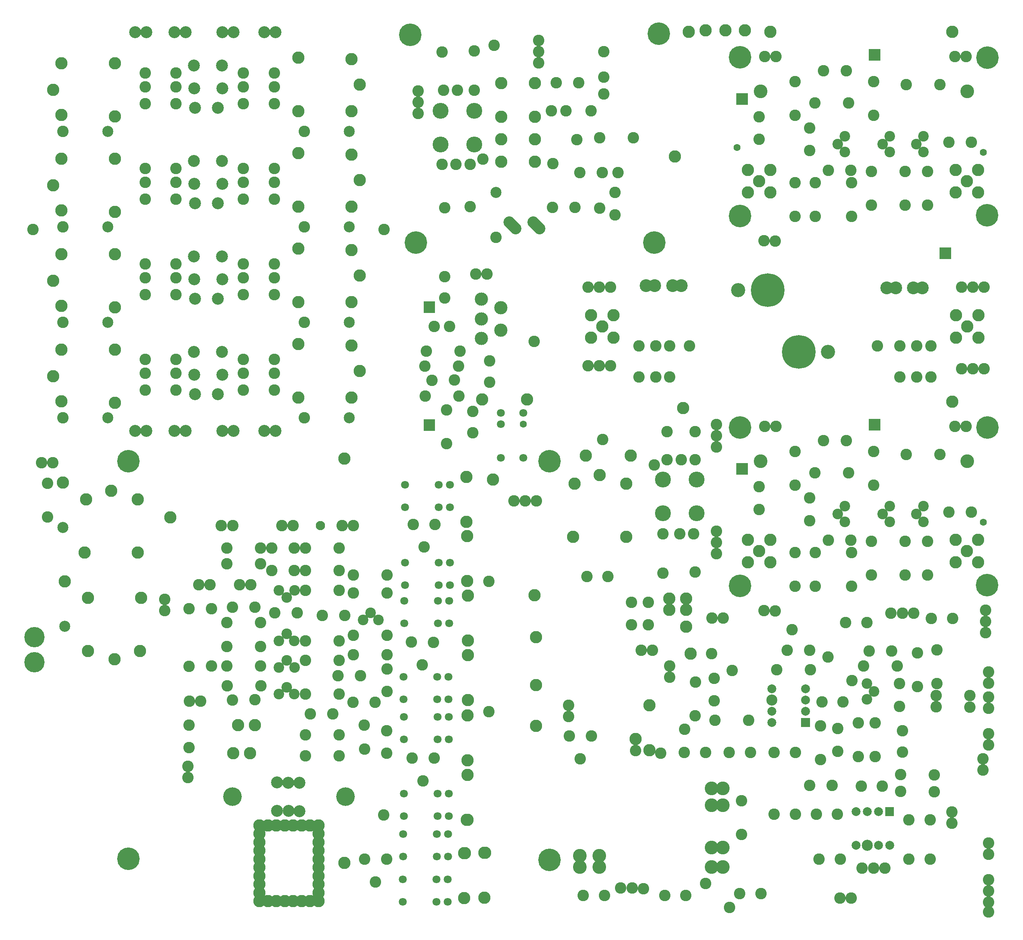
<source format=gbr>
%FSLAX34Y34*%
%MOMM*%
%LNSOLDERMASK_TOP*%
G71*
G01*
%ADD10C,2.600*%
%ADD11C,2.400*%
%ADD12C,2.800*%
%ADD13C,2.600*%
%ADD14C,5.100*%
%ADD15C,1.600*%
%ADD16C,3.100*%
%ADD17C,7.600*%
%ADD18C,3.200*%
%ADD19C,2.900*%
%ADD20C,2.600*%
%ADD21C,2.600*%
%ADD22C,2.400*%
%ADD23C,2.500*%
%ADD24C,2.600*%
%ADD25C,3.600*%
%ADD26C,2.800*%
%ADD27C,3.000*%
%ADD28C,1.800*%
%ADD29C,1.600*%
%ADD30C,2.000*%
%ADD31C,2.500*%
%ADD32C,2.700*%
%ADD33C,2.700*%
%ADD34C,4.600*%
%ADD35C,4.600*%
%ADD36C,4.200*%
%ADD37C,2.700*%
%ADD38C,2.800*%
%ADD39C,2.100*%
%LPD*%
X1733495Y877996D02*
G54D10*
D03*
X1733545Y954246D02*
G54D10*
D03*
X1652501Y874596D02*
G54D10*
D03*
X1652614Y823615D02*
G54D10*
D03*
X1766801Y849196D02*
G54D10*
D03*
X1766913Y798216D02*
G54D10*
D03*
X1733511Y649396D02*
G54D10*
D03*
X1733561Y725646D02*
G54D10*
D03*
X1854232Y906010D02*
G54D10*
D03*
X1777982Y906060D02*
G54D10*
D03*
X1779191Y725646D02*
G54D10*
D03*
X1779141Y649396D02*
G54D10*
D03*
X1911294Y877995D02*
G54D10*
D03*
X1911344Y954245D02*
G54D10*
D03*
X1808626Y753480D02*
G54D10*
D03*
X1906191Y751046D02*
G54D10*
D03*
X1906141Y674796D02*
G54D10*
D03*
X1982391Y751046D02*
G54D10*
D03*
X1982341Y674796D02*
G54D10*
D03*
X2033191Y751046D02*
G54D10*
D03*
X2033141Y674796D02*
G54D10*
D03*
X2132662Y817091D02*
G54D10*
D03*
X2081682Y816978D02*
G54D10*
D03*
X2061208Y947814D02*
G54D10*
D03*
X1984958Y947864D02*
G54D10*
D03*
X2095240Y1010796D02*
G54D10*
D03*
X2120740Y1010796D02*
G54D10*
D03*
X1663441Y594872D02*
G54D10*
D03*
X1845866Y830421D02*
G54D11*
D03*
X1829966Y812846D02*
G54D11*
D03*
X1845900Y795230D02*
G54D11*
D03*
X1947466Y830421D02*
G54D11*
D03*
X1931566Y812846D02*
G54D11*
D03*
X1947500Y795230D02*
G54D11*
D03*
X2023666Y830421D02*
G54D11*
D03*
X2007766Y812846D02*
G54D11*
D03*
X2023700Y795230D02*
G54D11*
D03*
X1626766Y754321D02*
G54D12*
D03*
X1677566Y754321D02*
G54D12*
D03*
X1652166Y728921D02*
G54D12*
D03*
X1677566Y703521D02*
G54D12*
D03*
X1626766Y703521D02*
G54D12*
D03*
X2096666Y754321D02*
G54D12*
D03*
X2147466Y754321D02*
G54D12*
D03*
X2122066Y728921D02*
G54D12*
D03*
X2147466Y703521D02*
G54D12*
D03*
X2096666Y703521D02*
G54D12*
D03*
X1798192Y978630D02*
G54D10*
D03*
X1849172Y978743D02*
G54D10*
D03*
X1733511Y649396D02*
G54D13*
D03*
X1609090Y1009014D02*
G54D14*
D03*
X1859426Y753480D02*
G54D10*
D03*
X1861741Y725646D02*
G54D10*
D03*
X1861691Y649396D02*
G54D10*
D03*
X1665241Y1010796D02*
G54D10*
D03*
X1690741Y1010796D02*
G54D10*
D03*
G36*
X1600639Y927969D02*
X1626639Y927969D01*
X1626639Y901969D01*
X1600639Y901969D01*
X1600639Y927969D01*
G37*
G36*
X1900639Y1027969D02*
X1926639Y1027969D01*
X1926639Y1001969D01*
X1900639Y1001969D01*
X1900639Y1027969D01*
G37*
X1601966Y805021D02*
G54D15*
D03*
X1779141Y649396D02*
G54D13*
D03*
X1861691Y649396D02*
G54D13*
D03*
X1906141Y674796D02*
G54D13*
D03*
X1982341Y674796D02*
G54D13*
D03*
X2168922Y1008221D02*
G54D14*
D03*
X1609090Y650240D02*
G54D14*
D03*
X2168286Y651827D02*
G54D14*
D03*
X1688544Y593681D02*
G54D10*
D03*
X2159566Y794621D02*
G54D15*
D03*
X1659116Y932021D02*
G54D15*
D03*
X1655940Y932022D02*
G54D16*
D03*
X2122665Y932022D02*
G54D16*
D03*
X1741716Y342780D02*
G54D17*
D03*
X1671866Y482480D02*
G54D17*
D03*
X1605191Y482480D02*
G54D18*
D03*
X1808391Y342780D02*
G54D18*
D03*
X1396316Y492580D02*
G54D19*
D03*
X1476316Y492580D02*
G54D20*
D03*
X1941316Y487580D02*
G54D20*
D03*
X2021316Y487580D02*
G54D20*
D03*
X1476316Y492580D02*
G54D19*
D03*
X1941316Y487580D02*
G54D19*
D03*
X2021316Y487580D02*
G54D12*
D03*
X1416316Y492580D02*
G54D19*
D03*
X1456316Y492580D02*
G54D19*
D03*
X1961316Y487580D02*
G54D19*
D03*
X2001316Y487580D02*
G54D19*
D03*
X1271891Y374980D02*
G54D12*
D03*
X1271891Y425780D02*
G54D12*
D03*
X1297291Y400380D02*
G54D12*
D03*
X1322691Y425780D02*
G54D12*
D03*
X1322691Y374980D02*
G54D12*
D03*
X1271891Y374980D02*
G54D21*
D03*
X1322691Y374980D02*
G54D13*
D03*
X2097391Y374980D02*
G54D12*
D03*
X2097391Y425780D02*
G54D12*
D03*
X2122791Y400380D02*
G54D12*
D03*
X2148191Y425780D02*
G54D12*
D03*
X2148191Y374980D02*
G54D12*
D03*
X2097391Y374980D02*
G54D21*
D03*
X2148191Y374980D02*
G54D13*
D03*
G36*
X2060616Y553130D02*
X2060616Y579130D01*
X2086616Y579130D01*
X2086616Y553130D01*
X2060616Y553130D01*
G37*
X1970848Y286343D02*
G54D10*
D03*
X1970848Y356193D02*
G54D10*
D03*
X2040698Y286343D02*
G54D10*
D03*
X2040698Y356193D02*
G54D10*
D03*
X2008948Y356193D02*
G54D10*
D03*
X2008948Y286343D02*
G54D10*
D03*
X2040699Y286343D02*
G54D13*
D03*
X2040699Y356193D02*
G54D13*
D03*
X1380298Y286343D02*
G54D10*
D03*
X1380298Y356193D02*
G54D10*
D03*
X1450148Y286343D02*
G54D10*
D03*
X1450148Y356193D02*
G54D10*
D03*
X1418398Y356193D02*
G54D10*
D03*
X1418398Y286343D02*
G54D10*
D03*
X1450149Y286343D02*
G54D13*
D03*
X1450149Y356193D02*
G54D13*
D03*
X2021316Y487580D02*
G54D19*
D03*
X1494599Y356193D02*
G54D21*
D03*
X1920049Y356193D02*
G54D21*
D03*
X2160991Y305155D02*
G54D21*
D03*
X2135591Y305155D02*
G54D21*
D03*
X2110191Y305155D02*
G54D21*
D03*
X1316441Y489305D02*
G54D21*
D03*
X1291041Y489305D02*
G54D21*
D03*
X1265641Y489305D02*
G54D21*
D03*
X2160991Y489305D02*
G54D21*
D03*
X2135591Y489305D02*
G54D21*
D03*
X2110191Y489305D02*
G54D21*
D03*
X1316441Y311505D02*
G54D21*
D03*
X1291041Y311505D02*
G54D21*
D03*
X1265641Y311505D02*
G54D21*
D03*
X1271891Y425780D02*
G54D13*
D03*
X1322691Y425780D02*
G54D13*
D03*
X2097391Y374980D02*
G54D13*
D03*
X2097391Y425780D02*
G54D13*
D03*
X2148191Y425780D02*
G54D13*
D03*
X2148191Y374980D02*
G54D13*
D03*
X1733495Y41384D02*
G54D10*
D03*
X1733545Y117634D02*
G54D10*
D03*
X1652501Y37983D02*
G54D10*
D03*
X1652614Y-12997D02*
G54D10*
D03*
X1766801Y12584D02*
G54D10*
D03*
X1766913Y-38397D02*
G54D10*
D03*
X1733511Y-187216D02*
G54D10*
D03*
X1733561Y-110966D02*
G54D10*
D03*
X1854232Y69398D02*
G54D10*
D03*
X1777982Y69448D02*
G54D10*
D03*
X1779191Y-110966D02*
G54D10*
D03*
X1779141Y-187216D02*
G54D10*
D03*
X1911294Y41383D02*
G54D10*
D03*
X1911344Y117633D02*
G54D10*
D03*
X1808626Y-83132D02*
G54D10*
D03*
X1906191Y-85566D02*
G54D10*
D03*
X1906141Y-161816D02*
G54D10*
D03*
X1982391Y-85566D02*
G54D10*
D03*
X1982341Y-161816D02*
G54D10*
D03*
X2033191Y-85566D02*
G54D10*
D03*
X2033141Y-161816D02*
G54D10*
D03*
X2132662Y-19522D02*
G54D10*
D03*
X2081682Y-19634D02*
G54D10*
D03*
X2061208Y111202D02*
G54D10*
D03*
X1984958Y111252D02*
G54D10*
D03*
X2095240Y174184D02*
G54D10*
D03*
X2120740Y174184D02*
G54D10*
D03*
X1663441Y-241741D02*
G54D10*
D03*
X1845866Y-6191D02*
G54D11*
D03*
X1829966Y-23766D02*
G54D11*
D03*
X1845900Y-41382D02*
G54D11*
D03*
X1947466Y-6191D02*
G54D11*
D03*
X1931566Y-23766D02*
G54D11*
D03*
X1947500Y-41382D02*
G54D11*
D03*
X2023666Y-6191D02*
G54D11*
D03*
X2007766Y-23766D02*
G54D11*
D03*
X2023700Y-41382D02*
G54D11*
D03*
X1626766Y-82291D02*
G54D12*
D03*
X1677566Y-82291D02*
G54D12*
D03*
X1652166Y-107691D02*
G54D12*
D03*
X1677566Y-133091D02*
G54D12*
D03*
X1626766Y-133091D02*
G54D12*
D03*
X2096666Y-82291D02*
G54D12*
D03*
X2147466Y-82291D02*
G54D12*
D03*
X2122066Y-107691D02*
G54D12*
D03*
X2147466Y-133091D02*
G54D12*
D03*
X2096666Y-133091D02*
G54D12*
D03*
X1798192Y142018D02*
G54D10*
D03*
X1849172Y142130D02*
G54D10*
D03*
X1733511Y-187216D02*
G54D13*
D03*
X1609090Y172402D02*
G54D14*
D03*
X1859426Y-83132D02*
G54D10*
D03*
X1861741Y-110966D02*
G54D10*
D03*
X1861691Y-187216D02*
G54D10*
D03*
X1665241Y174184D02*
G54D10*
D03*
X1690741Y174184D02*
G54D10*
D03*
G36*
X1600639Y91357D02*
X1626639Y91357D01*
X1626639Y65357D01*
X1600639Y65357D01*
X1600639Y91357D01*
G37*
G36*
X1900639Y191357D02*
X1926639Y191357D01*
X1926639Y165357D01*
X1900639Y165357D01*
X1900639Y191357D01*
G37*
X1779141Y-187216D02*
G54D13*
D03*
X1861691Y-187216D02*
G54D13*
D03*
X1906141Y-161816D02*
G54D13*
D03*
X1982341Y-161816D02*
G54D13*
D03*
X2168922Y171609D02*
G54D14*
D03*
X1609090Y-186373D02*
G54D14*
D03*
X2168286Y-184786D02*
G54D14*
D03*
X1688544Y-242932D02*
G54D10*
D03*
X2159566Y-41991D02*
G54D15*
D03*
X1659116Y95409D02*
G54D15*
D03*
X1655940Y95409D02*
G54D16*
D03*
X2122665Y95409D02*
G54D16*
D03*
X932066Y812481D02*
G54D22*
D03*
X1008266Y812481D02*
G54D22*
D03*
X1008266Y888681D02*
G54D22*
D03*
X932066Y888681D02*
G54D22*
D03*
X1008178Y1023704D02*
G54D10*
D03*
X1008178Y934804D02*
G54D10*
D03*
X970078Y934804D02*
G54D10*
D03*
X938328Y934804D02*
G54D10*
D03*
X998534Y671914D02*
G54D10*
D03*
X935035Y767164D02*
G54D10*
D03*
X966784Y767164D02*
G54D10*
D03*
X998534Y767164D02*
G54D10*
D03*
X1027017Y779453D02*
G54D10*
D03*
X935034Y1021164D02*
G54D10*
D03*
X1052628Y1036404D02*
G54D10*
D03*
X1215056Y888714D02*
G54D10*
D03*
X1272206Y888714D02*
G54D10*
D03*
X1300906Y964914D02*
G54D10*
D03*
X1300906Y1022065D02*
G54D10*
D03*
X1239856Y823091D02*
G54D10*
D03*
X1185904Y769210D02*
G54D10*
D03*
X1239856Y823091D02*
G54D13*
D03*
X1367632Y827142D02*
G54D10*
D03*
X1291382Y827192D02*
G54D10*
D03*
X1367632Y827143D02*
G54D13*
D03*
X1246806Y749014D02*
G54D10*
D03*
X1297606Y749014D02*
G54D10*
D03*
X1297606Y749014D02*
G54D10*
D03*
X1326213Y652909D02*
G54D10*
D03*
X1326101Y703889D02*
G54D10*
D03*
X1326213Y652909D02*
G54D10*
D03*
X1300906Y926814D02*
G54D10*
D03*
X1332656Y749014D02*
G54D10*
D03*
X1182036Y888714D02*
G54D10*
D03*
X1192956Y952214D02*
G54D10*
D03*
X1243756Y952214D02*
G54D10*
D03*
X1069260Y950720D02*
G54D12*
D03*
X1145460Y950720D02*
G54D12*
D03*
X1069260Y874520D02*
G54D12*
D03*
X1069260Y823720D02*
G54D12*
D03*
X1069260Y772920D02*
G54D12*
D03*
X1145460Y874520D02*
G54D12*
D03*
X1145460Y823720D02*
G54D12*
D03*
X1145460Y772920D02*
G54D12*
D03*
X1056759Y602357D02*
G54D23*
D03*
X1056759Y703957D02*
G54D23*
D03*
X1056759Y602357D02*
G54D13*
D03*
X1145460Y950720D02*
G54D10*
D03*
X1291711Y667916D02*
G54D10*
D03*
X1235491Y670161D02*
G54D10*
D03*
X1235491Y670161D02*
G54D10*
D03*
X1184691Y670161D02*
G54D10*
D03*
G54D24*
X1154875Y622439D02*
X1140733Y636581D01*
G54D24*
X1100900Y622439D02*
X1086758Y636581D01*
X880666Y932815D02*
G54D21*
D03*
X880666Y907415D02*
G54D21*
D03*
X880666Y882015D02*
G54D21*
D03*
X1153716Y1047115D02*
G54D21*
D03*
X1153716Y1021715D02*
G54D21*
D03*
X1153716Y996315D02*
G54D21*
D03*
X932066Y888681D02*
G54D25*
D03*
X932066Y812481D02*
G54D25*
D03*
X1008266Y812481D02*
G54D25*
D03*
X1008266Y888681D02*
G54D25*
D03*
X1510544Y54279D02*
G54D22*
D03*
X1434344Y54279D02*
G54D22*
D03*
X1434344Y-21921D02*
G54D22*
D03*
X1510544Y-21921D02*
G54D22*
D03*
X1434432Y-156944D02*
G54D10*
D03*
X1434432Y-68044D02*
G54D10*
D03*
X1472532Y-68044D02*
G54D10*
D03*
X1504282Y-68044D02*
G54D10*
D03*
X1507576Y163096D02*
G54D10*
D03*
X1444076Y163096D02*
G54D10*
D03*
X1507575Y99596D02*
G54D10*
D03*
X1475826Y99596D02*
G54D10*
D03*
X1444076Y99596D02*
G54D10*
D03*
X1415593Y87307D02*
G54D10*
D03*
X1507576Y-154404D02*
G54D10*
D03*
X1555594Y-113680D02*
G54D21*
D03*
X1555594Y-88280D02*
G54D21*
D03*
X1555594Y-62880D02*
G54D21*
D03*
X1555594Y127620D02*
G54D21*
D03*
X1555594Y153020D02*
G54D21*
D03*
X1555594Y178420D02*
G54D21*
D03*
X1510544Y-21921D02*
G54D25*
D03*
X1510544Y54279D02*
G54D25*
D03*
X1434344Y54279D02*
G54D25*
D03*
X1434344Y-21921D02*
G54D25*
D03*
X1231336Y-75302D02*
G54D12*
D03*
X1234510Y45348D02*
G54D12*
D03*
X1351986Y-75302D02*
G54D12*
D03*
X1351986Y45348D02*
G54D12*
D03*
X1291661Y64811D02*
G54D12*
D03*
X1234510Y45348D02*
G54D26*
D03*
X1260357Y108930D02*
G54D12*
D03*
X1361957Y108929D02*
G54D12*
D03*
X1449257Y-215210D02*
G54D12*
D03*
X1449257Y-240610D02*
G54D12*
D03*
X1487357Y-240610D02*
G54D12*
D03*
X1487357Y-278710D02*
G54D12*
D03*
X1401852Y-223217D02*
G54D10*
D03*
X1401965Y-274198D02*
G54D10*
D03*
X1401852Y-223218D02*
G54D10*
D03*
X1401964Y-274198D02*
G54D10*
D03*
X1363752Y-223217D02*
G54D10*
D03*
X1363864Y-274198D02*
G54D10*
D03*
X1363752Y-223218D02*
G54D10*
D03*
X1363864Y-274198D02*
G54D10*
D03*
X1487357Y-215210D02*
G54D12*
D03*
X1298324Y144739D02*
G54D10*
D03*
X1260357Y108930D02*
G54D12*
D03*
X1068315Y443228D02*
G54D27*
D03*
X1068315Y392428D02*
G54D27*
D03*
X1023865Y417828D02*
G54D27*
D03*
X1023865Y373378D02*
G54D27*
D03*
X1023865Y462278D02*
G54D27*
D03*
X1036565Y519428D02*
G54D10*
D03*
X1011165Y519428D02*
G54D10*
D03*
X975480Y344803D02*
G54D10*
D03*
X899230Y344853D02*
G54D10*
D03*
X896538Y310543D02*
G54D10*
D03*
X972788Y310493D02*
G54D10*
D03*
X912472Y279067D02*
G54D10*
D03*
X963452Y279179D02*
G54D10*
D03*
X941315Y513166D02*
G54D10*
D03*
X941315Y465366D02*
G54D10*
D03*
X944925Y211541D02*
G54D10*
D03*
X944875Y135291D02*
G54D10*
D03*
X1004815Y160478D02*
G54D10*
D03*
X1004815Y208278D02*
G54D10*
D03*
X917371Y400322D02*
G54D10*
D03*
X952471Y400322D02*
G54D10*
D03*
X1042915Y274778D02*
G54D10*
D03*
X1042915Y322578D02*
G54D10*
D03*
X896593Y242896D02*
G54D10*
D03*
X972843Y242846D02*
G54D10*
D03*
X1143790Y366473D02*
G54D10*
D03*
X896538Y310543D02*
G54D10*
D03*
X896593Y242896D02*
G54D10*
D03*
X1004815Y160478D02*
G54D10*
D03*
X944875Y135291D02*
G54D10*
D03*
G36*
X919265Y457498D02*
X919265Y431498D01*
X893265Y431498D01*
X893265Y457498D01*
X919265Y457498D01*
G37*
G36*
X919265Y190798D02*
X919265Y164798D01*
X893265Y164798D01*
X893265Y190798D01*
X919265Y190798D01*
G37*
X1119115Y205016D02*
G54D28*
D03*
X1119115Y179616D02*
G54D29*
D03*
X1068315Y205016D02*
G54D29*
D03*
X1068315Y179616D02*
G54D28*
D03*
X1119115Y103416D02*
G54D29*
D03*
X1068315Y103416D02*
G54D29*
D03*
X1025897Y235782D02*
G54D12*
D03*
X1127497Y235782D02*
G54D12*
D03*
X1025897Y235782D02*
G54D12*
D03*
X1148711Y5808D02*
G54D21*
D03*
X1123311Y5808D02*
G54D21*
D03*
X1097911Y5808D02*
G54D21*
D03*
X1068315Y205016D02*
G54D28*
D03*
X1119115Y103416D02*
G54D28*
D03*
X1068315Y103416D02*
G54D28*
D03*
G36*
X1747228Y-505322D02*
X1747228Y-485322D01*
X1767228Y-485322D01*
X1767228Y-505322D01*
X1747228Y-505322D01*
G37*
X1757228Y-469922D02*
G54D30*
D03*
X1757228Y-444522D02*
G54D30*
D03*
X1757228Y-419122D02*
G54D30*
D03*
X1681028Y-419122D02*
G54D30*
D03*
X1681028Y-444522D02*
G54D30*
D03*
X1681029Y-469922D02*
G54D30*
D03*
X1681028Y-495322D02*
G54D30*
D03*
X1681028Y-444522D02*
G54D31*
D03*
X2052978Y-459960D02*
G54D10*
D03*
X2052978Y-434461D02*
G54D10*
D03*
X1482989Y-563297D02*
G54D10*
D03*
X1507884Y-479712D02*
G54D10*
D03*
X1507934Y-403462D02*
G54D10*
D03*
X1372692Y-558304D02*
G54D10*
D03*
X1372692Y-532804D02*
G54D10*
D03*
X1914949Y-496020D02*
G54D10*
D03*
X1914898Y-572270D02*
G54D10*
D03*
X1914949Y-496020D02*
G54D10*
D03*
X1976833Y-513954D02*
G54D10*
D03*
X1976833Y-561754D02*
G54D10*
D03*
X1876848Y-496020D02*
G54D10*
D03*
X1876798Y-572270D02*
G54D10*
D03*
X1876849Y-496020D02*
G54D10*
D03*
X1896504Y-442247D02*
G54D11*
D03*
X1912404Y-424672D02*
G54D11*
D03*
X1896469Y-407056D02*
G54D11*
D03*
X1969877Y-407454D02*
G54D10*
D03*
X1969989Y-458434D02*
G54D10*
D03*
X1969877Y-407454D02*
G54D10*
D03*
X1964947Y-367326D02*
G54D10*
D03*
X1888697Y-367276D02*
G54D10*
D03*
X1964947Y-367326D02*
G54D10*
D03*
X1951914Y-333354D02*
G54D10*
D03*
X1900934Y-333466D02*
G54D10*
D03*
X1951914Y-333354D02*
G54D10*
D03*
X1830177Y-509054D02*
G54D10*
D03*
X1830289Y-560034D02*
G54D10*
D03*
X1830177Y-509054D02*
G54D10*
D03*
X1976833Y-513954D02*
G54D10*
D03*
X1964947Y-367326D02*
G54D10*
D03*
X1951914Y-333354D02*
G54D10*
D03*
X2010199Y-337270D02*
G54D10*
D03*
X2010149Y-413520D02*
G54D10*
D03*
X2010199Y-337270D02*
G54D10*
D03*
X2010199Y-337270D02*
G54D10*
D03*
X1830177Y-509053D02*
G54D10*
D03*
X1794139Y-448997D02*
G54D10*
D03*
X1841939Y-448997D02*
G54D10*
D03*
X1808383Y-346598D02*
G54D10*
D03*
X1862265Y-400550D02*
G54D10*
D03*
X1808384Y-346598D02*
G54D10*
D03*
X1808384Y-346598D02*
G54D10*
D03*
X1768322Y-375497D02*
G54D10*
D03*
X1692072Y-375447D02*
G54D10*
D03*
X1715825Y-331571D02*
G54D10*
D03*
X1766806Y-331459D02*
G54D10*
D03*
X1715826Y-331572D02*
G54D10*
D03*
X1768322Y-375497D02*
G54D10*
D03*
X1766806Y-331459D02*
G54D10*
D03*
X1584589Y-563297D02*
G54D10*
D03*
X1632389Y-563297D02*
G54D10*
D03*
X1482989Y-563297D02*
G54D10*
D03*
X1530789Y-563297D02*
G54D10*
D03*
X1686189Y-563296D02*
G54D10*
D03*
X1733989Y-563297D02*
G54D10*
D03*
X1686189Y-563296D02*
G54D10*
D03*
X1791124Y-502370D02*
G54D10*
D03*
X1791074Y-578620D02*
G54D10*
D03*
X1791124Y-502370D02*
G54D10*
D03*
X1628622Y-489797D02*
G54D10*
D03*
X1552372Y-489747D02*
G54D10*
D03*
X1628622Y-489797D02*
G54D10*
D03*
X1551043Y-445923D02*
G54D10*
D03*
X1550931Y-394943D02*
G54D10*
D03*
X1551043Y-445922D02*
G54D10*
D03*
X1550931Y-394942D02*
G54D10*
D03*
X1591304Y-377047D02*
G54D10*
D03*
X1497288Y-339629D02*
G54D10*
D03*
X1545088Y-339629D02*
G54D10*
D03*
X1507884Y-479712D02*
G54D10*
D03*
X1483766Y-510510D02*
G54D10*
D03*
X1429814Y-564391D02*
G54D10*
D03*
X1483766Y-510510D02*
G54D10*
D03*
X2054590Y-331016D02*
G54D10*
D03*
X1497288Y-339629D02*
G54D12*
D03*
X1404414Y-456442D02*
G54D12*
D03*
X1404413Y-558041D02*
G54D12*
D03*
X1404414Y-456442D02*
G54D12*
D03*
X1372692Y-532804D02*
G54D12*
D03*
X2054590Y-331016D02*
G54D10*
D03*
X2054540Y-407266D02*
G54D10*
D03*
X2054591Y-331016D02*
G54D10*
D03*
X2054590Y-331016D02*
G54D10*
D03*
X2010199Y-337270D02*
G54D10*
D03*
X1951914Y-333354D02*
G54D10*
D03*
X1964947Y-367326D02*
G54D10*
D03*
X1808383Y-346598D02*
G54D10*
D03*
X1768322Y-375497D02*
G54D10*
D03*
X1766806Y-331459D02*
G54D10*
D03*
X1976833Y-513954D02*
G54D10*
D03*
X1591304Y-377047D02*
G54D10*
D03*
X1686189Y-563296D02*
G54D10*
D03*
X1482989Y-563297D02*
G54D10*
D03*
X1483766Y-510510D02*
G54D10*
D03*
X1507884Y-479712D02*
G54D10*
D03*
X1404414Y-456442D02*
G54D10*
D03*
X2129228Y-460011D02*
G54D10*
D03*
X2052978Y-459960D02*
G54D10*
D03*
X2129228Y-434511D02*
G54D10*
D03*
X2052978Y-434461D02*
G54D10*
D03*
X333324Y256329D02*
G54D10*
D03*
X263474Y256329D02*
G54D10*
D03*
X333324Y326179D02*
G54D10*
D03*
X263474Y326179D02*
G54D10*
D03*
X263474Y294429D02*
G54D10*
D03*
X333324Y294429D02*
G54D10*
D03*
X376732Y247558D02*
G54D32*
D03*
X427714Y247670D02*
G54D32*
D03*
X555574Y256329D02*
G54D10*
D03*
X485724Y256329D02*
G54D10*
D03*
X555574Y326179D02*
G54D10*
D03*
X485724Y326179D02*
G54D10*
D03*
X485724Y294429D02*
G54D10*
D03*
X555574Y294429D02*
G54D10*
D03*
X437797Y291656D02*
G54D10*
D03*
X437684Y342636D02*
G54D10*
D03*
X374297Y291656D02*
G54D10*
D03*
X374184Y342636D02*
G54D10*
D03*
X555574Y326179D02*
G54D13*
D03*
X485724Y326179D02*
G54D13*
D03*
X437684Y342637D02*
G54D33*
D03*
X374184Y342637D02*
G54D13*
D03*
X333324Y326179D02*
G54D13*
D03*
X263474Y326179D02*
G54D13*
D03*
X374297Y291656D02*
G54D32*
D03*
X374184Y342636D02*
G54D32*
D03*
X437684Y342636D02*
G54D32*
D03*
X437797Y291656D02*
G54D32*
D03*
X609787Y360621D02*
G54D12*
D03*
X730437Y357447D02*
G54D12*
D03*
X609787Y239971D02*
G54D12*
D03*
X730437Y239971D02*
G54D12*
D03*
X749250Y300296D02*
G54D12*
D03*
X623294Y193691D02*
G54D23*
D03*
X724894Y193692D02*
G54D23*
D03*
X730437Y357447D02*
G54D12*
D03*
X194792Y227883D02*
G54D12*
D03*
X74142Y231057D02*
G54D12*
D03*
X194792Y348533D02*
G54D12*
D03*
X74142Y348533D02*
G54D12*
D03*
X55330Y288208D02*
G54D12*
D03*
X74143Y231056D02*
G54D12*
D03*
X74142Y348533D02*
G54D12*
D03*
X77194Y193692D02*
G54D23*
D03*
X178794Y193692D02*
G54D23*
D03*
X623294Y193691D02*
G54D10*
D03*
X77194Y193692D02*
G54D10*
D03*
X333324Y472229D02*
G54D10*
D03*
X263474Y472229D02*
G54D10*
D03*
X333324Y542079D02*
G54D10*
D03*
X263474Y542079D02*
G54D10*
D03*
X263474Y510329D02*
G54D10*
D03*
X333324Y510329D02*
G54D10*
D03*
X376732Y463458D02*
G54D32*
D03*
X427714Y463570D02*
G54D32*
D03*
X555574Y472229D02*
G54D10*
D03*
X485724Y472229D02*
G54D10*
D03*
X555574Y542079D02*
G54D10*
D03*
X485724Y542079D02*
G54D10*
D03*
X485724Y510329D02*
G54D10*
D03*
X555574Y510329D02*
G54D10*
D03*
X437797Y507556D02*
G54D10*
D03*
X437684Y558536D02*
G54D10*
D03*
X374297Y507556D02*
G54D10*
D03*
X374184Y558536D02*
G54D10*
D03*
X555574Y542079D02*
G54D13*
D03*
X485724Y542079D02*
G54D13*
D03*
X437684Y558537D02*
G54D33*
D03*
X374184Y558537D02*
G54D13*
D03*
X333324Y542079D02*
G54D13*
D03*
X263474Y542079D02*
G54D13*
D03*
X374297Y507556D02*
G54D32*
D03*
X374184Y558536D02*
G54D32*
D03*
X437684Y558536D02*
G54D32*
D03*
X437797Y507556D02*
G54D32*
D03*
X609787Y576521D02*
G54D12*
D03*
X730437Y573347D02*
G54D12*
D03*
X609787Y455871D02*
G54D12*
D03*
X730437Y455871D02*
G54D12*
D03*
X749250Y516196D02*
G54D12*
D03*
X623294Y409592D02*
G54D23*
D03*
X724894Y409592D02*
G54D23*
D03*
X730437Y573347D02*
G54D12*
D03*
X194792Y443782D02*
G54D12*
D03*
X74142Y446956D02*
G54D12*
D03*
X194792Y564432D02*
G54D12*
D03*
X74142Y564432D02*
G54D12*
D03*
X55330Y504108D02*
G54D12*
D03*
X74143Y446956D02*
G54D12*
D03*
X74142Y564432D02*
G54D12*
D03*
X77194Y409592D02*
G54D23*
D03*
X178794Y409592D02*
G54D23*
D03*
X623294Y409592D02*
G54D10*
D03*
X77194Y409592D02*
G54D10*
D03*
X333324Y688129D02*
G54D10*
D03*
X263474Y688129D02*
G54D10*
D03*
X333324Y757979D02*
G54D10*
D03*
X263474Y757979D02*
G54D10*
D03*
X263474Y726229D02*
G54D10*
D03*
X333324Y726229D02*
G54D10*
D03*
X376732Y679358D02*
G54D32*
D03*
X427714Y679470D02*
G54D32*
D03*
X555574Y688129D02*
G54D10*
D03*
X485724Y688129D02*
G54D10*
D03*
X555574Y757979D02*
G54D10*
D03*
X485724Y757979D02*
G54D10*
D03*
X485724Y726229D02*
G54D10*
D03*
X555574Y726229D02*
G54D10*
D03*
X437797Y723456D02*
G54D10*
D03*
X437684Y774436D02*
G54D10*
D03*
X374297Y723456D02*
G54D10*
D03*
X374184Y774436D02*
G54D10*
D03*
X555574Y757979D02*
G54D13*
D03*
X485724Y757979D02*
G54D13*
D03*
X437684Y774437D02*
G54D33*
D03*
X374184Y774437D02*
G54D13*
D03*
X333324Y757979D02*
G54D13*
D03*
X263474Y757979D02*
G54D13*
D03*
X374297Y723456D02*
G54D32*
D03*
X374184Y774436D02*
G54D32*
D03*
X437684Y774436D02*
G54D32*
D03*
X437797Y723456D02*
G54D32*
D03*
X609787Y792421D02*
G54D12*
D03*
X730437Y789247D02*
G54D12*
D03*
X609787Y671771D02*
G54D12*
D03*
X730437Y671771D02*
G54D12*
D03*
X749250Y732096D02*
G54D12*
D03*
X623294Y625491D02*
G54D23*
D03*
X724894Y625492D02*
G54D23*
D03*
X730437Y789247D02*
G54D12*
D03*
X194792Y659682D02*
G54D12*
D03*
X74143Y662857D02*
G54D12*
D03*
X194792Y780333D02*
G54D12*
D03*
X74142Y780332D02*
G54D12*
D03*
X55330Y720008D02*
G54D12*
D03*
X74143Y662856D02*
G54D12*
D03*
X74142Y780332D02*
G54D12*
D03*
X77194Y625491D02*
G54D23*
D03*
X178794Y625492D02*
G54D23*
D03*
X623294Y625491D02*
G54D10*
D03*
X77194Y625491D02*
G54D10*
D03*
X333324Y904029D02*
G54D10*
D03*
X263474Y904029D02*
G54D10*
D03*
X333324Y973879D02*
G54D10*
D03*
X263474Y973879D02*
G54D10*
D03*
X263474Y942129D02*
G54D10*
D03*
X333324Y942129D02*
G54D10*
D03*
X376732Y895258D02*
G54D32*
D03*
X427713Y895370D02*
G54D32*
D03*
X555574Y904029D02*
G54D10*
D03*
X485724Y904029D02*
G54D10*
D03*
X555574Y973879D02*
G54D10*
D03*
X485724Y973879D02*
G54D10*
D03*
X485724Y942129D02*
G54D10*
D03*
X555574Y942129D02*
G54D10*
D03*
X437797Y939356D02*
G54D10*
D03*
X437684Y990336D02*
G54D10*
D03*
X374297Y939356D02*
G54D10*
D03*
X374184Y990336D02*
G54D10*
D03*
X555574Y973879D02*
G54D13*
D03*
X485724Y973879D02*
G54D13*
D03*
X437684Y990337D02*
G54D33*
D03*
X374184Y990337D02*
G54D13*
D03*
X333324Y973879D02*
G54D13*
D03*
X263474Y973879D02*
G54D13*
D03*
X374297Y939356D02*
G54D32*
D03*
X374184Y990336D02*
G54D32*
D03*
X437684Y990336D02*
G54D32*
D03*
X437797Y939356D02*
G54D32*
D03*
X609787Y1008321D02*
G54D12*
D03*
X730437Y1005147D02*
G54D12*
D03*
X609787Y887671D02*
G54D12*
D03*
X730437Y887671D02*
G54D12*
D03*
X749250Y947996D02*
G54D12*
D03*
X623294Y841391D02*
G54D23*
D03*
X724894Y841392D02*
G54D23*
D03*
X730437Y1005147D02*
G54D12*
D03*
X194792Y875583D02*
G54D12*
D03*
X74142Y878756D02*
G54D12*
D03*
X194792Y996233D02*
G54D12*
D03*
X74142Y996233D02*
G54D12*
D03*
X55330Y935908D02*
G54D12*
D03*
X74143Y878756D02*
G54D12*
D03*
X74142Y996233D02*
G54D12*
D03*
X77194Y841391D02*
G54D23*
D03*
X178794Y841392D02*
G54D23*
D03*
X623294Y841391D02*
G54D10*
D03*
X77194Y841391D02*
G54D10*
D03*
X558448Y164656D02*
G54D32*
D03*
X558448Y164656D02*
G54D32*
D03*
X533047Y164656D02*
G54D32*
D03*
X463198Y164656D02*
G54D32*
D03*
X463198Y164656D02*
G54D32*
D03*
X437797Y164656D02*
G54D32*
D03*
X355248Y164656D02*
G54D32*
D03*
X355248Y164656D02*
G54D32*
D03*
X329847Y164656D02*
G54D32*
D03*
X266348Y164656D02*
G54D32*
D03*
X266348Y164656D02*
G54D32*
D03*
X240947Y164656D02*
G54D32*
D03*
X558448Y1066356D02*
G54D32*
D03*
X558448Y1066356D02*
G54D32*
D03*
X533047Y1066356D02*
G54D32*
D03*
X463198Y1066356D02*
G54D32*
D03*
X463198Y1066356D02*
G54D32*
D03*
X437797Y1066356D02*
G54D32*
D03*
X355248Y1066356D02*
G54D32*
D03*
X355248Y1066356D02*
G54D32*
D03*
X329847Y1066356D02*
G54D32*
D03*
X266348Y1066356D02*
G54D32*
D03*
X266348Y1066356D02*
G54D32*
D03*
X240947Y1066356D02*
G54D32*
D03*
X9712Y619826D02*
G54D21*
D03*
X803462Y619826D02*
G54D21*
D03*
X1415414Y589914D02*
G54D14*
D03*
X1424940Y1062990D02*
G54D14*
D03*
X1424940Y1062990D02*
G54D14*
D03*
X875664Y589914D02*
G54D14*
D03*
X862964Y1059814D02*
G54D14*
D03*
X254611Y-212860D02*
G54D12*
D03*
X251437Y-333510D02*
G54D12*
D03*
X133961Y-212860D02*
G54D12*
D03*
X133962Y-333510D02*
G54D12*
D03*
X194286Y-352322D02*
G54D12*
D03*
X13312Y-358910D02*
G54D34*
D03*
X126412Y-110991D02*
G54D12*
D03*
X129586Y9659D02*
G54D12*
D03*
X247061Y-110991D02*
G54D12*
D03*
X247061Y9659D02*
G54D12*
D03*
X186737Y28946D02*
G54D12*
D03*
X81332Y-175567D02*
G54D23*
D03*
X81332Y-277167D02*
G54D23*
D03*
X81332Y-175567D02*
G54D10*
D03*
X81332Y-175567D02*
G54D12*
D03*
X77534Y47628D02*
G54D23*
D03*
X77534Y-53972D02*
G54D23*
D03*
X77534Y47628D02*
G54D10*
D03*
X77534Y47628D02*
G54D12*
D03*
X251437Y-333510D02*
G54D12*
D03*
X247061Y9659D02*
G54D12*
D03*
X13312Y-301760D02*
G54D35*
D03*
X1480768Y216430D02*
G54D12*
D03*
X129586Y9659D02*
G54D12*
D03*
X247061Y9659D02*
G54D12*
D03*
X225822Y95409D02*
G54D14*
D03*
X1178322Y95409D02*
G54D14*
D03*
X225822Y-803116D02*
G54D14*
D03*
X1178322Y-806291D02*
G54D14*
D03*
X308022Y-241892D02*
G54D10*
D03*
X308022Y-216417D02*
G54D10*
D03*
X1262377Y-164910D02*
G54D10*
D03*
X1310177Y-164911D02*
G54D10*
D03*
X1262377Y-164910D02*
G54D10*
D03*
X2158274Y-577351D02*
G54D21*
D03*
X2170974Y-380501D02*
G54D21*
D03*
X2170974Y-405901D02*
G54D21*
D03*
X2170974Y-767851D02*
G54D21*
D03*
X2170974Y-793251D02*
G54D21*
D03*
X2170974Y-520201D02*
G54D21*
D03*
X2170974Y-545601D02*
G54D21*
D03*
X13312Y-301760D02*
G54D10*
D03*
X1144355Y-207092D02*
G54D12*
D03*
X1147530Y-302342D02*
G54D12*
D03*
X1147530Y-410292D02*
G54D12*
D03*
X1147530Y-502367D02*
G54D12*
D03*
X716960Y-662830D02*
G54D36*
D03*
X461261Y-662930D02*
G54D36*
D03*
X561986Y-631005D02*
G54D37*
D03*
X587360Y-631130D02*
G54D37*
D03*
X612804Y-631105D02*
G54D37*
D03*
X810066Y-564746D02*
G54D10*
D03*
X809891Y-513754D02*
G54D10*
D03*
X512136Y-500880D02*
G54D38*
D03*
X462736Y-564980D02*
G54D38*
D03*
X500735Y-564980D02*
G54D38*
D03*
X474035Y-500880D02*
G54D38*
D03*
X362861Y-551730D02*
G54D10*
D03*
X362736Y-500814D02*
G54D10*
D03*
X626386Y-523155D02*
G54D10*
D03*
X702636Y-523205D02*
G54D10*
D03*
X360286Y-619855D02*
G54D10*
D03*
X360286Y-594355D02*
G54D10*
D03*
X626386Y-570780D02*
G54D10*
D03*
X702635Y-570830D02*
G54D10*
D03*
X600986Y-151680D02*
G54D10*
D03*
X550069Y-151805D02*
G54D10*
D03*
X566060Y-196130D02*
G54D11*
D03*
X583636Y-212030D02*
G54D11*
D03*
X601252Y-196095D02*
G54D11*
D03*
X572411Y-50080D02*
G54D10*
D03*
X597836Y-50030D02*
G54D10*
D03*
X626386Y-196130D02*
G54D10*
D03*
X702561Y-196130D02*
G54D10*
D03*
X448586Y-135805D02*
G54D10*
D03*
X524836Y-135855D02*
G54D10*
D03*
X607336Y-246930D02*
G54D10*
D03*
X556419Y-247055D02*
G54D10*
D03*
X600986Y-310430D02*
G54D11*
D03*
X583386Y-294530D02*
G54D11*
D03*
X565794Y-310464D02*
G54D11*
D03*
X601360Y-370830D02*
G54D11*
D03*
X583386Y-354855D02*
G54D11*
D03*
X565794Y-370790D02*
G54D11*
D03*
X626386Y-310430D02*
G54D10*
D03*
X702561Y-310430D02*
G54D10*
D03*
X600985Y-431130D02*
G54D11*
D03*
X583386Y-415180D02*
G54D11*
D03*
X565794Y-431115D02*
G54D11*
D03*
X448585Y-367580D02*
G54D10*
D03*
X524836Y-367630D02*
G54D10*
D03*
X448794Y-411759D02*
G54D10*
D03*
X525044Y-411809D02*
G54D10*
D03*
X626386Y-431080D02*
G54D10*
D03*
X702660Y-431130D02*
G54D10*
D03*
X687706Y-475870D02*
G54D10*
D03*
X636790Y-475995D02*
G54D10*
D03*
X626386Y-354880D02*
G54D10*
D03*
X702636Y-354930D02*
G54D10*
D03*
X783661Y-449730D02*
G54D21*
D03*
X758677Y-500662D02*
G54D21*
D03*
X733778Y-449616D02*
G54D21*
D03*
X791486Y-262805D02*
G54D11*
D03*
X773685Y-247005D02*
G54D11*
D03*
X756295Y-262840D02*
G54D11*
D03*
X435885Y-50080D02*
G54D10*
D03*
X461460Y-50130D02*
G54D10*
D03*
X734336Y-161205D02*
G54D10*
D03*
X810586Y-161255D02*
G54D10*
D03*
X734336Y-202480D02*
G54D10*
D03*
X810586Y-202530D02*
G54D10*
D03*
X715286Y-253280D02*
G54D10*
D03*
X664369Y-253405D02*
G54D10*
D03*
X734336Y-297730D02*
G54D10*
D03*
X810586Y-297780D02*
G54D10*
D03*
X810486Y-424755D02*
G54D10*
D03*
X810373Y-373774D02*
G54D10*
D03*
X810535Y-342180D02*
G54D10*
D03*
X734260Y-342130D02*
G54D10*
D03*
X385136Y-183405D02*
G54D10*
D03*
X409998Y-183718D02*
G54D10*
D03*
X413660Y-367580D02*
G54D10*
D03*
X362686Y-367730D02*
G54D10*
D03*
X448585Y-323130D02*
G54D10*
D03*
X524836Y-323180D02*
G54D10*
D03*
X512086Y-443780D02*
G54D10*
D03*
X461110Y-443930D02*
G54D10*
D03*
X388686Y-446930D02*
G54D10*
D03*
X363386Y-446630D02*
G54D10*
D03*
X413660Y-237405D02*
G54D10*
D03*
X362686Y-237505D02*
G54D10*
D03*
X734336Y-50080D02*
G54D10*
D03*
X708860Y-50080D02*
G54D10*
D03*
X448585Y-269155D02*
G54D10*
D03*
X524836Y-269205D02*
G54D10*
D03*
X512060Y-234205D02*
G54D10*
D03*
X461160Y-234405D02*
G54D10*
D03*
X477160Y-183430D02*
G54D10*
D03*
X502060Y-183730D02*
G54D10*
D03*
X626385Y-151680D02*
G54D10*
D03*
X702560Y-151680D02*
G54D10*
D03*
X626386Y-100880D02*
G54D10*
D03*
X702560Y-100830D02*
G54D10*
D03*
X448560Y-100830D02*
G54D10*
D03*
X524761Y-100830D02*
G54D10*
D03*
X600986Y-100880D02*
G54D10*
D03*
X550069Y-101005D02*
G54D10*
D03*
X659610Y-50080D02*
G54D39*
D03*
X699686Y-389494D02*
G54D10*
D03*
X750666Y-389382D02*
G54D10*
D03*
X759785Y-554955D02*
G54D10*
D03*
X612860Y-695430D02*
G54D37*
D03*
X587560Y-695230D02*
G54D37*
D03*
X562073Y-695298D02*
G54D37*
D03*
X950110Y-706741D02*
G54D29*
D03*
X924710Y-706741D02*
G54D29*
D03*
X950110Y-655941D02*
G54D29*
D03*
X924710Y-655941D02*
G54D29*
D03*
X848510Y-706741D02*
G54D28*
D03*
X848510Y-655941D02*
G54D29*
D03*
X992719Y-715624D02*
G54D12*
D03*
X992719Y-614024D02*
G54D12*
D03*
X990735Y-715624D02*
G54D12*
D03*
X950110Y-533306D02*
G54D29*
D03*
X924710Y-533306D02*
G54D29*
D03*
X950110Y-482506D02*
G54D29*
D03*
X924710Y-482506D02*
G54D29*
D03*
X848510Y-533306D02*
G54D29*
D03*
X848510Y-482506D02*
G54D29*
D03*
X917010Y-575936D02*
G54D21*
D03*
X892027Y-626868D02*
G54D21*
D03*
X867128Y-575822D02*
G54D21*
D03*
X952492Y-184056D02*
G54D29*
D03*
X927092Y-184056D02*
G54D29*
D03*
X952492Y-133256D02*
G54D29*
D03*
X927092Y-133256D02*
G54D29*
D03*
X850892Y-184056D02*
G54D29*
D03*
X850892Y-133256D02*
G54D29*
D03*
X952492Y-8638D02*
G54D29*
D03*
X927092Y-8638D02*
G54D29*
D03*
X952492Y42162D02*
G54D29*
D03*
X927092Y42162D02*
G54D29*
D03*
X850892Y-8638D02*
G54D29*
D03*
X850892Y42162D02*
G54D29*
D03*
X919392Y-47299D02*
G54D21*
D03*
X894408Y-98231D02*
G54D21*
D03*
X869509Y-47184D02*
G54D21*
D03*
X915423Y-313602D02*
G54D21*
D03*
X890439Y-364534D02*
G54D21*
D03*
X865540Y-313488D02*
G54D21*
D03*
X950904Y-270575D02*
G54D29*
D03*
X925504Y-270575D02*
G54D29*
D03*
X950904Y-219775D02*
G54D29*
D03*
X925504Y-219775D02*
G54D29*
D03*
X849304Y-270575D02*
G54D29*
D03*
X849304Y-219775D02*
G54D29*
D03*
X949317Y-442819D02*
G54D29*
D03*
X923917Y-442819D02*
G54D29*
D03*
X949317Y-392019D02*
G54D29*
D03*
X923917Y-392019D02*
G54D29*
D03*
X847717Y-442819D02*
G54D29*
D03*
X847717Y-392019D02*
G54D29*
D03*
X992719Y-580290D02*
G54D12*
D03*
X992719Y-478690D02*
G54D12*
D03*
X992719Y-580290D02*
G54D12*
D03*
X993116Y-444162D02*
G54D12*
D03*
X993116Y-342562D02*
G54D12*
D03*
X993116Y-444162D02*
G54D12*
D03*
X993116Y-309621D02*
G54D12*
D03*
X993116Y-208022D02*
G54D12*
D03*
X993116Y-309622D02*
G54D12*
D03*
X991925Y-175080D02*
G54D12*
D03*
X991926Y-73481D02*
G54D12*
D03*
X991926Y-175081D02*
G54D12*
D03*
X990338Y-41730D02*
G54D12*
D03*
X990338Y59869D02*
G54D12*
D03*
X990338Y-41731D02*
G54D12*
D03*
X1040611Y-470768D02*
G54D21*
D03*
X1040611Y-176286D02*
G54D21*
D03*
X803280Y-704130D02*
G54D21*
D03*
X848510Y-655941D02*
G54D28*
D03*
X924710Y-706741D02*
G54D28*
D03*
X950110Y-706741D02*
G54D28*
D03*
X924710Y-655941D02*
G54D28*
D03*
X950110Y-655941D02*
G54D28*
D03*
X848510Y-533306D02*
G54D28*
D03*
X848510Y-482506D02*
G54D28*
D03*
X924710Y-533306D02*
G54D28*
D03*
X950110Y-533306D02*
G54D28*
D03*
X950110Y-482506D02*
G54D28*
D03*
X924710Y-482506D02*
G54D28*
D03*
X923917Y-442819D02*
G54D28*
D03*
X949317Y-442819D02*
G54D28*
D03*
X949317Y-392019D02*
G54D28*
D03*
X923917Y-392019D02*
G54D28*
D03*
X847717Y-442819D02*
G54D28*
D03*
X847717Y-392019D02*
G54D28*
D03*
X849304Y-270575D02*
G54D28*
D03*
X925504Y-270575D02*
G54D28*
D03*
X849304Y-219775D02*
G54D28*
D03*
X925504Y-219775D02*
G54D28*
D03*
X950904Y-219775D02*
G54D28*
D03*
X950904Y-270575D02*
G54D28*
D03*
X850892Y-184056D02*
G54D28*
D03*
X850892Y-133256D02*
G54D28*
D03*
X927092Y-184056D02*
G54D28*
D03*
X952492Y-184056D02*
G54D28*
D03*
X952492Y-133256D02*
G54D28*
D03*
X927092Y-133256D02*
G54D28*
D03*
X850892Y-8638D02*
G54D28*
D03*
X850892Y42162D02*
G54D28*
D03*
X927092Y-8638D02*
G54D28*
D03*
X952492Y-8638D02*
G54D28*
D03*
X952492Y42162D02*
G54D28*
D03*
X927092Y42162D02*
G54D28*
D03*
X915423Y-313602D02*
G54D21*
D03*
X919392Y-47299D02*
G54D21*
D03*
X948126Y-900414D02*
G54D29*
D03*
X922726Y-900414D02*
G54D29*
D03*
X948126Y-849614D02*
G54D29*
D03*
X922726Y-849614D02*
G54D29*
D03*
X846526Y-900414D02*
G54D28*
D03*
X846526Y-849614D02*
G54D29*
D03*
X846526Y-849614D02*
G54D28*
D03*
X922726Y-900414D02*
G54D28*
D03*
X948126Y-900414D02*
G54D28*
D03*
X922726Y-849614D02*
G54D28*
D03*
X948126Y-849614D02*
G54D28*
D03*
X809457Y-804536D02*
G54D21*
D03*
X784474Y-855468D02*
G54D21*
D03*
X759575Y-804422D02*
G54D21*
D03*
X984874Y-790924D02*
G54D12*
D03*
X984874Y-892524D02*
G54D12*
D03*
X986858Y-790924D02*
G54D12*
D03*
X1030912Y-789734D02*
G54D12*
D03*
X1030912Y-891334D02*
G54D12*
D03*
X1032896Y-789734D02*
G54D12*
D03*
X948920Y-798020D02*
G54D29*
D03*
X923520Y-798020D02*
G54D29*
D03*
X948919Y-747220D02*
G54D29*
D03*
X923520Y-747220D02*
G54D29*
D03*
X847320Y-798020D02*
G54D28*
D03*
X847319Y-747220D02*
G54D29*
D03*
X847319Y-747220D02*
G54D28*
D03*
X923520Y-798020D02*
G54D28*
D03*
X948920Y-798020D02*
G54D28*
D03*
X923520Y-747220D02*
G54D28*
D03*
X948919Y-747220D02*
G54D28*
D03*
X714420Y101902D02*
G54D12*
D03*
X714420Y-812498D02*
G54D12*
D03*
X522055Y-861142D02*
G54D12*
D03*
X522055Y-842092D02*
G54D12*
D03*
X522055Y-823042D02*
G54D12*
D03*
X522055Y-803992D02*
G54D12*
D03*
X522055Y-784942D02*
G54D12*
D03*
X522055Y-765892D02*
G54D12*
D03*
X522055Y-746842D02*
G54D12*
D03*
X522055Y-727792D02*
G54D12*
D03*
X522055Y-880192D02*
G54D12*
D03*
X522055Y-899242D02*
G54D12*
D03*
X655405Y-861142D02*
G54D12*
D03*
X655405Y-842092D02*
G54D12*
D03*
X655405Y-823042D02*
G54D12*
D03*
X655405Y-803992D02*
G54D12*
D03*
X655405Y-784942D02*
G54D12*
D03*
X655405Y-765892D02*
G54D12*
D03*
X655405Y-746842D02*
G54D12*
D03*
X655405Y-727792D02*
G54D12*
D03*
X655405Y-880192D02*
G54D12*
D03*
X655405Y-899242D02*
G54D12*
D03*
X560155Y-899242D02*
G54D12*
D03*
X579205Y-899242D02*
G54D12*
D03*
X598255Y-899242D02*
G54D12*
D03*
X617305Y-899242D02*
G54D12*
D03*
X636355Y-899242D02*
G54D12*
D03*
X541105Y-899242D02*
G54D12*
D03*
X522055Y-899242D02*
G54D12*
D03*
X655405Y-899242D02*
G54D12*
D03*
X560155Y-727792D02*
G54D12*
D03*
X579205Y-727792D02*
G54D12*
D03*
X598255Y-727792D02*
G54D12*
D03*
X617305Y-727792D02*
G54D12*
D03*
X636355Y-727792D02*
G54D12*
D03*
X541105Y-727792D02*
G54D12*
D03*
X522055Y-727792D02*
G54D12*
D03*
X655405Y-727792D02*
G54D12*
D03*
X320720Y-31448D02*
G54D12*
D03*
X1050336Y54109D02*
G54D12*
D03*
X941384Y668739D02*
G54D10*
D03*
X1411026Y-331571D02*
G54D10*
D03*
X1385451Y-331520D02*
G54D10*
D03*
X1450132Y-367286D02*
G54D10*
D03*
X1450082Y-392861D02*
G54D10*
D03*
X1570735Y-259293D02*
G54D10*
D03*
X1545160Y-259242D02*
G54D10*
D03*
X2088673Y-723138D02*
G54D10*
D03*
X2088674Y-697639D02*
G54D10*
D03*
G36*
X1957326Y-706648D02*
X1937326Y-706648D01*
X1937326Y-686648D01*
X1957326Y-686648D01*
X1957326Y-706648D01*
G37*
X1921926Y-696648D02*
G54D30*
D03*
X1896526Y-696648D02*
G54D30*
D03*
X1871126Y-696648D02*
G54D30*
D03*
X1871126Y-772848D02*
G54D30*
D03*
X1896526Y-772848D02*
G54D30*
D03*
X1921926Y-772848D02*
G54D30*
D03*
X1947326Y-772848D02*
G54D30*
D03*
X1896526Y-772848D02*
G54D31*
D03*
X1860624Y-892151D02*
G54D10*
D03*
X1835124Y-892150D02*
G54D10*
D03*
X1885482Y-824772D02*
G54D10*
D03*
X1910982Y-824772D02*
G54D10*
D03*
X1910982Y-824772D02*
G54D10*
D03*
X1936482Y-824772D02*
G54D10*
D03*
X2038967Y-803976D02*
G54D10*
D03*
X1991167Y-803976D02*
G54D10*
D03*
X1835767Y-803976D02*
G54D10*
D03*
X1787967Y-803976D02*
G54D10*
D03*
X2038967Y-715076D02*
G54D10*
D03*
X1991167Y-715076D02*
G54D10*
D03*
X2048492Y-651376D02*
G54D10*
D03*
X1972242Y-651326D02*
G54D10*
D03*
X2048492Y-613276D02*
G54D10*
D03*
X1972242Y-613226D02*
G54D10*
D03*
X2048492Y-613276D02*
G54D10*
D03*
X1931017Y-638876D02*
G54D10*
D03*
X1883217Y-638876D02*
G54D10*
D03*
X1781529Y-702376D02*
G54D10*
D03*
X1829329Y-702376D02*
G54D10*
D03*
X1817432Y-637524D02*
G54D10*
D03*
X1766451Y-637636D02*
G54D10*
D03*
X1817432Y-637524D02*
G54D10*
D03*
X1686279Y-702376D02*
G54D10*
D03*
X1734079Y-702376D02*
G54D10*
D03*
X2048492Y-613276D02*
G54D10*
D03*
X2158274Y-602751D02*
G54D21*
D03*
X2170974Y-437651D02*
G54D21*
D03*
X2170974Y-463051D02*
G54D21*
D03*
X2164624Y-240801D02*
G54D21*
D03*
X2164624Y-266201D02*
G54D21*
D03*
X2164624Y-291601D02*
G54D21*
D03*
X1612479Y-748486D02*
G54D10*
D03*
X1612529Y-672236D02*
G54D10*
D03*
X1570215Y-644366D02*
G54D16*
D03*
X1570215Y-682466D02*
G54D16*
D03*
X1570215Y-777716D02*
G54D16*
D03*
X1570215Y-822166D02*
G54D16*
D03*
X1246365Y-822166D02*
G54D16*
D03*
X1290815Y-822166D02*
G54D16*
D03*
X1544815Y-644366D02*
G54D16*
D03*
X1544815Y-682466D02*
G54D16*
D03*
X1544815Y-777716D02*
G54D16*
D03*
X1544815Y-822166D02*
G54D16*
D03*
X1246365Y-796766D02*
G54D16*
D03*
X1290815Y-796766D02*
G54D16*
D03*
X1608452Y-882460D02*
G54D10*
D03*
X1656252Y-882461D02*
G54D10*
D03*
X1608452Y-882460D02*
G54D10*
D03*
X1272611Y-525930D02*
G54D21*
D03*
X1247627Y-576862D02*
G54D21*
D03*
X1222728Y-525816D02*
G54D21*
D03*
X1221528Y-481496D02*
G54D10*
D03*
X1221579Y-455922D02*
G54D10*
D03*
X1531526Y-859118D02*
G54D10*
D03*
X1585407Y-913070D02*
G54D10*
D03*
X2170974Y-875801D02*
G54D21*
D03*
X2170974Y-923426D02*
G54D21*
D03*
X2170974Y-850401D02*
G54D21*
D03*
X1493468Y1067330D02*
G54D12*
D03*
X2088832Y1067161D02*
G54D12*
D03*
X2088832Y230548D02*
G54D12*
D03*
X1677618Y1067330D02*
G54D12*
D03*
X1576018Y1070505D02*
G54D12*
D03*
X1254479Y-886526D02*
G54D10*
D03*
X1302279Y-886526D02*
G54D10*
D03*
X1486517Y-886526D02*
G54D10*
D03*
X1438717Y-886526D02*
G54D10*
D03*
X1339382Y-869222D02*
G54D10*
D03*
X1364882Y-869222D02*
G54D10*
D03*
X1364882Y-869222D02*
G54D10*
D03*
X1390382Y-871127D02*
G54D10*
D03*
X1531568Y1070505D02*
G54D12*
D03*
X1461718Y784755D02*
G54D12*
D03*
X2001618Y-248268D02*
G54D10*
D03*
X1976119Y-248268D02*
G54D10*
D03*
X1976119Y-248268D02*
G54D10*
D03*
X1950619Y-248268D02*
G54D10*
D03*
X1848134Y-269064D02*
G54D10*
D03*
X1895934Y-269064D02*
G54D10*
D03*
X2089695Y-259540D02*
G54D10*
D03*
X2041896Y-259539D02*
G54D10*
D03*
X1726474Y-285251D02*
G54D21*
D03*
X1620468Y1070505D02*
G54D12*
D03*
X2170974Y-901201D02*
G54D21*
D03*
X42466Y46196D02*
G54D10*
D03*
X42416Y-30054D02*
G54D10*
D03*
X42416Y-30054D02*
G54D13*
D03*
X29531Y92624D02*
G54D10*
D03*
X55006Y92625D02*
G54D10*
D03*
M02*

</source>
